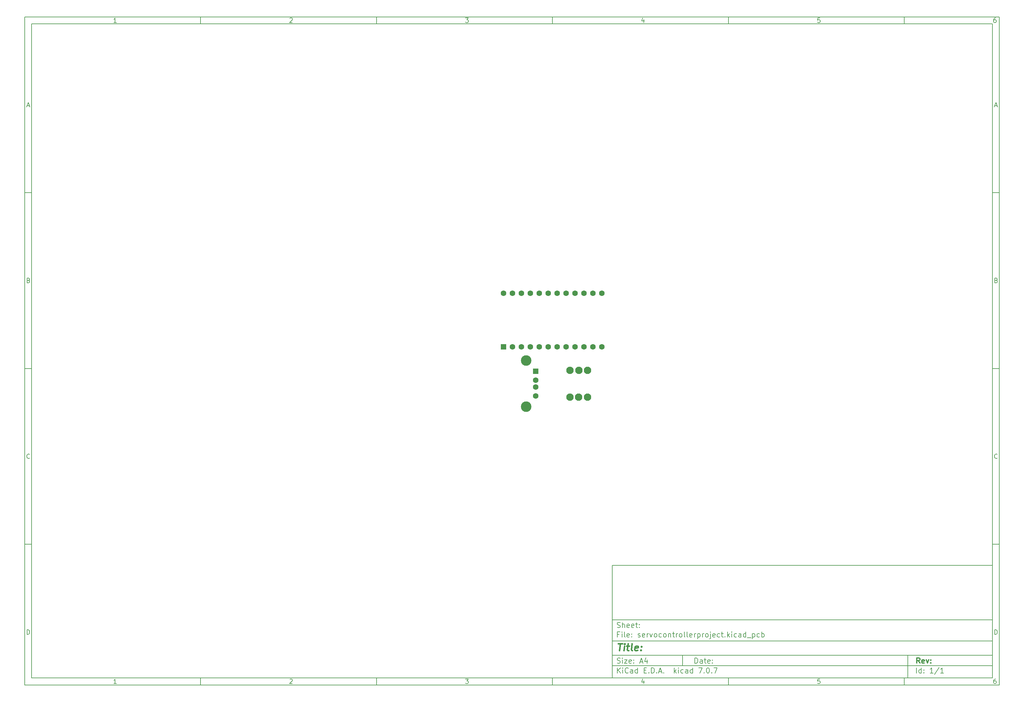
<source format=gbr>
%TF.GenerationSoftware,KiCad,Pcbnew,7.0.7*%
%TF.CreationDate,2023-11-15T20:06:27-08:00*%
%TF.ProjectId,servocontrollerproject,73657276-6f63-46f6-9e74-726f6c6c6572,rev?*%
%TF.SameCoordinates,Original*%
%TF.FileFunction,Soldermask,Bot*%
%TF.FilePolarity,Negative*%
%FSLAX46Y46*%
G04 Gerber Fmt 4.6, Leading zero omitted, Abs format (unit mm)*
G04 Created by KiCad (PCBNEW 7.0.7) date 2023-11-15 20:06:27*
%MOMM*%
%LPD*%
G01*
G04 APERTURE LIST*
%ADD10C,0.100000*%
%ADD11C,0.150000*%
%ADD12C,0.300000*%
%ADD13C,0.400000*%
%ADD14C,3.000000*%
%ADD15C,1.600000*%
%ADD16R,1.500000X1.600000*%
%ADD17R,1.600000X1.600000*%
%ADD18C,2.100000*%
G04 APERTURE END LIST*
D10*
D11*
X177002200Y-166007200D02*
X285002200Y-166007200D01*
X285002200Y-198007200D01*
X177002200Y-198007200D01*
X177002200Y-166007200D01*
D10*
D11*
X10000000Y-10000000D02*
X287002200Y-10000000D01*
X287002200Y-200007200D01*
X10000000Y-200007200D01*
X10000000Y-10000000D01*
D10*
D11*
X12000000Y-12000000D02*
X285002200Y-12000000D01*
X285002200Y-198007200D01*
X12000000Y-198007200D01*
X12000000Y-12000000D01*
D10*
D11*
X60000000Y-12000000D02*
X60000000Y-10000000D01*
D10*
D11*
X110000000Y-12000000D02*
X110000000Y-10000000D01*
D10*
D11*
X160000000Y-12000000D02*
X160000000Y-10000000D01*
D10*
D11*
X210000000Y-12000000D02*
X210000000Y-10000000D01*
D10*
D11*
X260000000Y-12000000D02*
X260000000Y-10000000D01*
D10*
D11*
X36089160Y-11593604D02*
X35346303Y-11593604D01*
X35717731Y-11593604D02*
X35717731Y-10293604D01*
X35717731Y-10293604D02*
X35593922Y-10479319D01*
X35593922Y-10479319D02*
X35470112Y-10603128D01*
X35470112Y-10603128D02*
X35346303Y-10665033D01*
D10*
D11*
X85346303Y-10417414D02*
X85408207Y-10355509D01*
X85408207Y-10355509D02*
X85532017Y-10293604D01*
X85532017Y-10293604D02*
X85841541Y-10293604D01*
X85841541Y-10293604D02*
X85965350Y-10355509D01*
X85965350Y-10355509D02*
X86027255Y-10417414D01*
X86027255Y-10417414D02*
X86089160Y-10541223D01*
X86089160Y-10541223D02*
X86089160Y-10665033D01*
X86089160Y-10665033D02*
X86027255Y-10850747D01*
X86027255Y-10850747D02*
X85284398Y-11593604D01*
X85284398Y-11593604D02*
X86089160Y-11593604D01*
D10*
D11*
X135284398Y-10293604D02*
X136089160Y-10293604D01*
X136089160Y-10293604D02*
X135655826Y-10788842D01*
X135655826Y-10788842D02*
X135841541Y-10788842D01*
X135841541Y-10788842D02*
X135965350Y-10850747D01*
X135965350Y-10850747D02*
X136027255Y-10912652D01*
X136027255Y-10912652D02*
X136089160Y-11036461D01*
X136089160Y-11036461D02*
X136089160Y-11345985D01*
X136089160Y-11345985D02*
X136027255Y-11469795D01*
X136027255Y-11469795D02*
X135965350Y-11531700D01*
X135965350Y-11531700D02*
X135841541Y-11593604D01*
X135841541Y-11593604D02*
X135470112Y-11593604D01*
X135470112Y-11593604D02*
X135346303Y-11531700D01*
X135346303Y-11531700D02*
X135284398Y-11469795D01*
D10*
D11*
X185965350Y-10726938D02*
X185965350Y-11593604D01*
X185655826Y-10231700D02*
X185346303Y-11160271D01*
X185346303Y-11160271D02*
X186151064Y-11160271D01*
D10*
D11*
X236027255Y-10293604D02*
X235408207Y-10293604D01*
X235408207Y-10293604D02*
X235346303Y-10912652D01*
X235346303Y-10912652D02*
X235408207Y-10850747D01*
X235408207Y-10850747D02*
X235532017Y-10788842D01*
X235532017Y-10788842D02*
X235841541Y-10788842D01*
X235841541Y-10788842D02*
X235965350Y-10850747D01*
X235965350Y-10850747D02*
X236027255Y-10912652D01*
X236027255Y-10912652D02*
X236089160Y-11036461D01*
X236089160Y-11036461D02*
X236089160Y-11345985D01*
X236089160Y-11345985D02*
X236027255Y-11469795D01*
X236027255Y-11469795D02*
X235965350Y-11531700D01*
X235965350Y-11531700D02*
X235841541Y-11593604D01*
X235841541Y-11593604D02*
X235532017Y-11593604D01*
X235532017Y-11593604D02*
X235408207Y-11531700D01*
X235408207Y-11531700D02*
X235346303Y-11469795D01*
D10*
D11*
X285965350Y-10293604D02*
X285717731Y-10293604D01*
X285717731Y-10293604D02*
X285593922Y-10355509D01*
X285593922Y-10355509D02*
X285532017Y-10417414D01*
X285532017Y-10417414D02*
X285408207Y-10603128D01*
X285408207Y-10603128D02*
X285346303Y-10850747D01*
X285346303Y-10850747D02*
X285346303Y-11345985D01*
X285346303Y-11345985D02*
X285408207Y-11469795D01*
X285408207Y-11469795D02*
X285470112Y-11531700D01*
X285470112Y-11531700D02*
X285593922Y-11593604D01*
X285593922Y-11593604D02*
X285841541Y-11593604D01*
X285841541Y-11593604D02*
X285965350Y-11531700D01*
X285965350Y-11531700D02*
X286027255Y-11469795D01*
X286027255Y-11469795D02*
X286089160Y-11345985D01*
X286089160Y-11345985D02*
X286089160Y-11036461D01*
X286089160Y-11036461D02*
X286027255Y-10912652D01*
X286027255Y-10912652D02*
X285965350Y-10850747D01*
X285965350Y-10850747D02*
X285841541Y-10788842D01*
X285841541Y-10788842D02*
X285593922Y-10788842D01*
X285593922Y-10788842D02*
X285470112Y-10850747D01*
X285470112Y-10850747D02*
X285408207Y-10912652D01*
X285408207Y-10912652D02*
X285346303Y-11036461D01*
D10*
D11*
X60000000Y-198007200D02*
X60000000Y-200007200D01*
D10*
D11*
X110000000Y-198007200D02*
X110000000Y-200007200D01*
D10*
D11*
X160000000Y-198007200D02*
X160000000Y-200007200D01*
D10*
D11*
X210000000Y-198007200D02*
X210000000Y-200007200D01*
D10*
D11*
X260000000Y-198007200D02*
X260000000Y-200007200D01*
D10*
D11*
X36089160Y-199600804D02*
X35346303Y-199600804D01*
X35717731Y-199600804D02*
X35717731Y-198300804D01*
X35717731Y-198300804D02*
X35593922Y-198486519D01*
X35593922Y-198486519D02*
X35470112Y-198610328D01*
X35470112Y-198610328D02*
X35346303Y-198672233D01*
D10*
D11*
X85346303Y-198424614D02*
X85408207Y-198362709D01*
X85408207Y-198362709D02*
X85532017Y-198300804D01*
X85532017Y-198300804D02*
X85841541Y-198300804D01*
X85841541Y-198300804D02*
X85965350Y-198362709D01*
X85965350Y-198362709D02*
X86027255Y-198424614D01*
X86027255Y-198424614D02*
X86089160Y-198548423D01*
X86089160Y-198548423D02*
X86089160Y-198672233D01*
X86089160Y-198672233D02*
X86027255Y-198857947D01*
X86027255Y-198857947D02*
X85284398Y-199600804D01*
X85284398Y-199600804D02*
X86089160Y-199600804D01*
D10*
D11*
X135284398Y-198300804D02*
X136089160Y-198300804D01*
X136089160Y-198300804D02*
X135655826Y-198796042D01*
X135655826Y-198796042D02*
X135841541Y-198796042D01*
X135841541Y-198796042D02*
X135965350Y-198857947D01*
X135965350Y-198857947D02*
X136027255Y-198919852D01*
X136027255Y-198919852D02*
X136089160Y-199043661D01*
X136089160Y-199043661D02*
X136089160Y-199353185D01*
X136089160Y-199353185D02*
X136027255Y-199476995D01*
X136027255Y-199476995D02*
X135965350Y-199538900D01*
X135965350Y-199538900D02*
X135841541Y-199600804D01*
X135841541Y-199600804D02*
X135470112Y-199600804D01*
X135470112Y-199600804D02*
X135346303Y-199538900D01*
X135346303Y-199538900D02*
X135284398Y-199476995D01*
D10*
D11*
X185965350Y-198734138D02*
X185965350Y-199600804D01*
X185655826Y-198238900D02*
X185346303Y-199167471D01*
X185346303Y-199167471D02*
X186151064Y-199167471D01*
D10*
D11*
X236027255Y-198300804D02*
X235408207Y-198300804D01*
X235408207Y-198300804D02*
X235346303Y-198919852D01*
X235346303Y-198919852D02*
X235408207Y-198857947D01*
X235408207Y-198857947D02*
X235532017Y-198796042D01*
X235532017Y-198796042D02*
X235841541Y-198796042D01*
X235841541Y-198796042D02*
X235965350Y-198857947D01*
X235965350Y-198857947D02*
X236027255Y-198919852D01*
X236027255Y-198919852D02*
X236089160Y-199043661D01*
X236089160Y-199043661D02*
X236089160Y-199353185D01*
X236089160Y-199353185D02*
X236027255Y-199476995D01*
X236027255Y-199476995D02*
X235965350Y-199538900D01*
X235965350Y-199538900D02*
X235841541Y-199600804D01*
X235841541Y-199600804D02*
X235532017Y-199600804D01*
X235532017Y-199600804D02*
X235408207Y-199538900D01*
X235408207Y-199538900D02*
X235346303Y-199476995D01*
D10*
D11*
X285965350Y-198300804D02*
X285717731Y-198300804D01*
X285717731Y-198300804D02*
X285593922Y-198362709D01*
X285593922Y-198362709D02*
X285532017Y-198424614D01*
X285532017Y-198424614D02*
X285408207Y-198610328D01*
X285408207Y-198610328D02*
X285346303Y-198857947D01*
X285346303Y-198857947D02*
X285346303Y-199353185D01*
X285346303Y-199353185D02*
X285408207Y-199476995D01*
X285408207Y-199476995D02*
X285470112Y-199538900D01*
X285470112Y-199538900D02*
X285593922Y-199600804D01*
X285593922Y-199600804D02*
X285841541Y-199600804D01*
X285841541Y-199600804D02*
X285965350Y-199538900D01*
X285965350Y-199538900D02*
X286027255Y-199476995D01*
X286027255Y-199476995D02*
X286089160Y-199353185D01*
X286089160Y-199353185D02*
X286089160Y-199043661D01*
X286089160Y-199043661D02*
X286027255Y-198919852D01*
X286027255Y-198919852D02*
X285965350Y-198857947D01*
X285965350Y-198857947D02*
X285841541Y-198796042D01*
X285841541Y-198796042D02*
X285593922Y-198796042D01*
X285593922Y-198796042D02*
X285470112Y-198857947D01*
X285470112Y-198857947D02*
X285408207Y-198919852D01*
X285408207Y-198919852D02*
X285346303Y-199043661D01*
D10*
D11*
X10000000Y-60000000D02*
X12000000Y-60000000D01*
D10*
D11*
X10000000Y-110000000D02*
X12000000Y-110000000D01*
D10*
D11*
X10000000Y-160000000D02*
X12000000Y-160000000D01*
D10*
D11*
X10690476Y-35222176D02*
X11309523Y-35222176D01*
X10566666Y-35593604D02*
X10999999Y-34293604D01*
X10999999Y-34293604D02*
X11433333Y-35593604D01*
D10*
D11*
X11092857Y-84912652D02*
X11278571Y-84974557D01*
X11278571Y-84974557D02*
X11340476Y-85036461D01*
X11340476Y-85036461D02*
X11402380Y-85160271D01*
X11402380Y-85160271D02*
X11402380Y-85345985D01*
X11402380Y-85345985D02*
X11340476Y-85469795D01*
X11340476Y-85469795D02*
X11278571Y-85531700D01*
X11278571Y-85531700D02*
X11154761Y-85593604D01*
X11154761Y-85593604D02*
X10659523Y-85593604D01*
X10659523Y-85593604D02*
X10659523Y-84293604D01*
X10659523Y-84293604D02*
X11092857Y-84293604D01*
X11092857Y-84293604D02*
X11216666Y-84355509D01*
X11216666Y-84355509D02*
X11278571Y-84417414D01*
X11278571Y-84417414D02*
X11340476Y-84541223D01*
X11340476Y-84541223D02*
X11340476Y-84665033D01*
X11340476Y-84665033D02*
X11278571Y-84788842D01*
X11278571Y-84788842D02*
X11216666Y-84850747D01*
X11216666Y-84850747D02*
X11092857Y-84912652D01*
X11092857Y-84912652D02*
X10659523Y-84912652D01*
D10*
D11*
X11402380Y-135469795D02*
X11340476Y-135531700D01*
X11340476Y-135531700D02*
X11154761Y-135593604D01*
X11154761Y-135593604D02*
X11030952Y-135593604D01*
X11030952Y-135593604D02*
X10845238Y-135531700D01*
X10845238Y-135531700D02*
X10721428Y-135407890D01*
X10721428Y-135407890D02*
X10659523Y-135284080D01*
X10659523Y-135284080D02*
X10597619Y-135036461D01*
X10597619Y-135036461D02*
X10597619Y-134850747D01*
X10597619Y-134850747D02*
X10659523Y-134603128D01*
X10659523Y-134603128D02*
X10721428Y-134479319D01*
X10721428Y-134479319D02*
X10845238Y-134355509D01*
X10845238Y-134355509D02*
X11030952Y-134293604D01*
X11030952Y-134293604D02*
X11154761Y-134293604D01*
X11154761Y-134293604D02*
X11340476Y-134355509D01*
X11340476Y-134355509D02*
X11402380Y-134417414D01*
D10*
D11*
X10659523Y-185593604D02*
X10659523Y-184293604D01*
X10659523Y-184293604D02*
X10969047Y-184293604D01*
X10969047Y-184293604D02*
X11154761Y-184355509D01*
X11154761Y-184355509D02*
X11278571Y-184479319D01*
X11278571Y-184479319D02*
X11340476Y-184603128D01*
X11340476Y-184603128D02*
X11402380Y-184850747D01*
X11402380Y-184850747D02*
X11402380Y-185036461D01*
X11402380Y-185036461D02*
X11340476Y-185284080D01*
X11340476Y-185284080D02*
X11278571Y-185407890D01*
X11278571Y-185407890D02*
X11154761Y-185531700D01*
X11154761Y-185531700D02*
X10969047Y-185593604D01*
X10969047Y-185593604D02*
X10659523Y-185593604D01*
D10*
D11*
X287002200Y-60000000D02*
X285002200Y-60000000D01*
D10*
D11*
X287002200Y-110000000D02*
X285002200Y-110000000D01*
D10*
D11*
X287002200Y-160000000D02*
X285002200Y-160000000D01*
D10*
D11*
X285692676Y-35222176D02*
X286311723Y-35222176D01*
X285568866Y-35593604D02*
X286002199Y-34293604D01*
X286002199Y-34293604D02*
X286435533Y-35593604D01*
D10*
D11*
X286095057Y-84912652D02*
X286280771Y-84974557D01*
X286280771Y-84974557D02*
X286342676Y-85036461D01*
X286342676Y-85036461D02*
X286404580Y-85160271D01*
X286404580Y-85160271D02*
X286404580Y-85345985D01*
X286404580Y-85345985D02*
X286342676Y-85469795D01*
X286342676Y-85469795D02*
X286280771Y-85531700D01*
X286280771Y-85531700D02*
X286156961Y-85593604D01*
X286156961Y-85593604D02*
X285661723Y-85593604D01*
X285661723Y-85593604D02*
X285661723Y-84293604D01*
X285661723Y-84293604D02*
X286095057Y-84293604D01*
X286095057Y-84293604D02*
X286218866Y-84355509D01*
X286218866Y-84355509D02*
X286280771Y-84417414D01*
X286280771Y-84417414D02*
X286342676Y-84541223D01*
X286342676Y-84541223D02*
X286342676Y-84665033D01*
X286342676Y-84665033D02*
X286280771Y-84788842D01*
X286280771Y-84788842D02*
X286218866Y-84850747D01*
X286218866Y-84850747D02*
X286095057Y-84912652D01*
X286095057Y-84912652D02*
X285661723Y-84912652D01*
D10*
D11*
X286404580Y-135469795D02*
X286342676Y-135531700D01*
X286342676Y-135531700D02*
X286156961Y-135593604D01*
X286156961Y-135593604D02*
X286033152Y-135593604D01*
X286033152Y-135593604D02*
X285847438Y-135531700D01*
X285847438Y-135531700D02*
X285723628Y-135407890D01*
X285723628Y-135407890D02*
X285661723Y-135284080D01*
X285661723Y-135284080D02*
X285599819Y-135036461D01*
X285599819Y-135036461D02*
X285599819Y-134850747D01*
X285599819Y-134850747D02*
X285661723Y-134603128D01*
X285661723Y-134603128D02*
X285723628Y-134479319D01*
X285723628Y-134479319D02*
X285847438Y-134355509D01*
X285847438Y-134355509D02*
X286033152Y-134293604D01*
X286033152Y-134293604D02*
X286156961Y-134293604D01*
X286156961Y-134293604D02*
X286342676Y-134355509D01*
X286342676Y-134355509D02*
X286404580Y-134417414D01*
D10*
D11*
X285661723Y-185593604D02*
X285661723Y-184293604D01*
X285661723Y-184293604D02*
X285971247Y-184293604D01*
X285971247Y-184293604D02*
X286156961Y-184355509D01*
X286156961Y-184355509D02*
X286280771Y-184479319D01*
X286280771Y-184479319D02*
X286342676Y-184603128D01*
X286342676Y-184603128D02*
X286404580Y-184850747D01*
X286404580Y-184850747D02*
X286404580Y-185036461D01*
X286404580Y-185036461D02*
X286342676Y-185284080D01*
X286342676Y-185284080D02*
X286280771Y-185407890D01*
X286280771Y-185407890D02*
X286156961Y-185531700D01*
X286156961Y-185531700D02*
X285971247Y-185593604D01*
X285971247Y-185593604D02*
X285661723Y-185593604D01*
D10*
D11*
X200458026Y-193793328D02*
X200458026Y-192293328D01*
X200458026Y-192293328D02*
X200815169Y-192293328D01*
X200815169Y-192293328D02*
X201029455Y-192364757D01*
X201029455Y-192364757D02*
X201172312Y-192507614D01*
X201172312Y-192507614D02*
X201243741Y-192650471D01*
X201243741Y-192650471D02*
X201315169Y-192936185D01*
X201315169Y-192936185D02*
X201315169Y-193150471D01*
X201315169Y-193150471D02*
X201243741Y-193436185D01*
X201243741Y-193436185D02*
X201172312Y-193579042D01*
X201172312Y-193579042D02*
X201029455Y-193721900D01*
X201029455Y-193721900D02*
X200815169Y-193793328D01*
X200815169Y-193793328D02*
X200458026Y-193793328D01*
X202600884Y-193793328D02*
X202600884Y-193007614D01*
X202600884Y-193007614D02*
X202529455Y-192864757D01*
X202529455Y-192864757D02*
X202386598Y-192793328D01*
X202386598Y-192793328D02*
X202100884Y-192793328D01*
X202100884Y-192793328D02*
X201958026Y-192864757D01*
X202600884Y-193721900D02*
X202458026Y-193793328D01*
X202458026Y-193793328D02*
X202100884Y-193793328D01*
X202100884Y-193793328D02*
X201958026Y-193721900D01*
X201958026Y-193721900D02*
X201886598Y-193579042D01*
X201886598Y-193579042D02*
X201886598Y-193436185D01*
X201886598Y-193436185D02*
X201958026Y-193293328D01*
X201958026Y-193293328D02*
X202100884Y-193221900D01*
X202100884Y-193221900D02*
X202458026Y-193221900D01*
X202458026Y-193221900D02*
X202600884Y-193150471D01*
X203100884Y-192793328D02*
X203672312Y-192793328D01*
X203315169Y-192293328D02*
X203315169Y-193579042D01*
X203315169Y-193579042D02*
X203386598Y-193721900D01*
X203386598Y-193721900D02*
X203529455Y-193793328D01*
X203529455Y-193793328D02*
X203672312Y-193793328D01*
X204743741Y-193721900D02*
X204600884Y-193793328D01*
X204600884Y-193793328D02*
X204315170Y-193793328D01*
X204315170Y-193793328D02*
X204172312Y-193721900D01*
X204172312Y-193721900D02*
X204100884Y-193579042D01*
X204100884Y-193579042D02*
X204100884Y-193007614D01*
X204100884Y-193007614D02*
X204172312Y-192864757D01*
X204172312Y-192864757D02*
X204315170Y-192793328D01*
X204315170Y-192793328D02*
X204600884Y-192793328D01*
X204600884Y-192793328D02*
X204743741Y-192864757D01*
X204743741Y-192864757D02*
X204815170Y-193007614D01*
X204815170Y-193007614D02*
X204815170Y-193150471D01*
X204815170Y-193150471D02*
X204100884Y-193293328D01*
X205458026Y-193650471D02*
X205529455Y-193721900D01*
X205529455Y-193721900D02*
X205458026Y-193793328D01*
X205458026Y-193793328D02*
X205386598Y-193721900D01*
X205386598Y-193721900D02*
X205458026Y-193650471D01*
X205458026Y-193650471D02*
X205458026Y-193793328D01*
X205458026Y-192864757D02*
X205529455Y-192936185D01*
X205529455Y-192936185D02*
X205458026Y-193007614D01*
X205458026Y-193007614D02*
X205386598Y-192936185D01*
X205386598Y-192936185D02*
X205458026Y-192864757D01*
X205458026Y-192864757D02*
X205458026Y-193007614D01*
D10*
D11*
X177002200Y-194507200D02*
X285002200Y-194507200D01*
D10*
D11*
X178458026Y-196593328D02*
X178458026Y-195093328D01*
X179315169Y-196593328D02*
X178672312Y-195736185D01*
X179315169Y-195093328D02*
X178458026Y-195950471D01*
X179958026Y-196593328D02*
X179958026Y-195593328D01*
X179958026Y-195093328D02*
X179886598Y-195164757D01*
X179886598Y-195164757D02*
X179958026Y-195236185D01*
X179958026Y-195236185D02*
X180029455Y-195164757D01*
X180029455Y-195164757D02*
X179958026Y-195093328D01*
X179958026Y-195093328D02*
X179958026Y-195236185D01*
X181529455Y-196450471D02*
X181458027Y-196521900D01*
X181458027Y-196521900D02*
X181243741Y-196593328D01*
X181243741Y-196593328D02*
X181100884Y-196593328D01*
X181100884Y-196593328D02*
X180886598Y-196521900D01*
X180886598Y-196521900D02*
X180743741Y-196379042D01*
X180743741Y-196379042D02*
X180672312Y-196236185D01*
X180672312Y-196236185D02*
X180600884Y-195950471D01*
X180600884Y-195950471D02*
X180600884Y-195736185D01*
X180600884Y-195736185D02*
X180672312Y-195450471D01*
X180672312Y-195450471D02*
X180743741Y-195307614D01*
X180743741Y-195307614D02*
X180886598Y-195164757D01*
X180886598Y-195164757D02*
X181100884Y-195093328D01*
X181100884Y-195093328D02*
X181243741Y-195093328D01*
X181243741Y-195093328D02*
X181458027Y-195164757D01*
X181458027Y-195164757D02*
X181529455Y-195236185D01*
X182815170Y-196593328D02*
X182815170Y-195807614D01*
X182815170Y-195807614D02*
X182743741Y-195664757D01*
X182743741Y-195664757D02*
X182600884Y-195593328D01*
X182600884Y-195593328D02*
X182315170Y-195593328D01*
X182315170Y-195593328D02*
X182172312Y-195664757D01*
X182815170Y-196521900D02*
X182672312Y-196593328D01*
X182672312Y-196593328D02*
X182315170Y-196593328D01*
X182315170Y-196593328D02*
X182172312Y-196521900D01*
X182172312Y-196521900D02*
X182100884Y-196379042D01*
X182100884Y-196379042D02*
X182100884Y-196236185D01*
X182100884Y-196236185D02*
X182172312Y-196093328D01*
X182172312Y-196093328D02*
X182315170Y-196021900D01*
X182315170Y-196021900D02*
X182672312Y-196021900D01*
X182672312Y-196021900D02*
X182815170Y-195950471D01*
X184172313Y-196593328D02*
X184172313Y-195093328D01*
X184172313Y-196521900D02*
X184029455Y-196593328D01*
X184029455Y-196593328D02*
X183743741Y-196593328D01*
X183743741Y-196593328D02*
X183600884Y-196521900D01*
X183600884Y-196521900D02*
X183529455Y-196450471D01*
X183529455Y-196450471D02*
X183458027Y-196307614D01*
X183458027Y-196307614D02*
X183458027Y-195879042D01*
X183458027Y-195879042D02*
X183529455Y-195736185D01*
X183529455Y-195736185D02*
X183600884Y-195664757D01*
X183600884Y-195664757D02*
X183743741Y-195593328D01*
X183743741Y-195593328D02*
X184029455Y-195593328D01*
X184029455Y-195593328D02*
X184172313Y-195664757D01*
X186029455Y-195807614D02*
X186529455Y-195807614D01*
X186743741Y-196593328D02*
X186029455Y-196593328D01*
X186029455Y-196593328D02*
X186029455Y-195093328D01*
X186029455Y-195093328D02*
X186743741Y-195093328D01*
X187386598Y-196450471D02*
X187458027Y-196521900D01*
X187458027Y-196521900D02*
X187386598Y-196593328D01*
X187386598Y-196593328D02*
X187315170Y-196521900D01*
X187315170Y-196521900D02*
X187386598Y-196450471D01*
X187386598Y-196450471D02*
X187386598Y-196593328D01*
X188100884Y-196593328D02*
X188100884Y-195093328D01*
X188100884Y-195093328D02*
X188458027Y-195093328D01*
X188458027Y-195093328D02*
X188672313Y-195164757D01*
X188672313Y-195164757D02*
X188815170Y-195307614D01*
X188815170Y-195307614D02*
X188886599Y-195450471D01*
X188886599Y-195450471D02*
X188958027Y-195736185D01*
X188958027Y-195736185D02*
X188958027Y-195950471D01*
X188958027Y-195950471D02*
X188886599Y-196236185D01*
X188886599Y-196236185D02*
X188815170Y-196379042D01*
X188815170Y-196379042D02*
X188672313Y-196521900D01*
X188672313Y-196521900D02*
X188458027Y-196593328D01*
X188458027Y-196593328D02*
X188100884Y-196593328D01*
X189600884Y-196450471D02*
X189672313Y-196521900D01*
X189672313Y-196521900D02*
X189600884Y-196593328D01*
X189600884Y-196593328D02*
X189529456Y-196521900D01*
X189529456Y-196521900D02*
X189600884Y-196450471D01*
X189600884Y-196450471D02*
X189600884Y-196593328D01*
X190243742Y-196164757D02*
X190958028Y-196164757D01*
X190100885Y-196593328D02*
X190600885Y-195093328D01*
X190600885Y-195093328D02*
X191100885Y-196593328D01*
X191600884Y-196450471D02*
X191672313Y-196521900D01*
X191672313Y-196521900D02*
X191600884Y-196593328D01*
X191600884Y-196593328D02*
X191529456Y-196521900D01*
X191529456Y-196521900D02*
X191600884Y-196450471D01*
X191600884Y-196450471D02*
X191600884Y-196593328D01*
X194600884Y-196593328D02*
X194600884Y-195093328D01*
X194743742Y-196021900D02*
X195172313Y-196593328D01*
X195172313Y-195593328D02*
X194600884Y-196164757D01*
X195815170Y-196593328D02*
X195815170Y-195593328D01*
X195815170Y-195093328D02*
X195743742Y-195164757D01*
X195743742Y-195164757D02*
X195815170Y-195236185D01*
X195815170Y-195236185D02*
X195886599Y-195164757D01*
X195886599Y-195164757D02*
X195815170Y-195093328D01*
X195815170Y-195093328D02*
X195815170Y-195236185D01*
X197172314Y-196521900D02*
X197029456Y-196593328D01*
X197029456Y-196593328D02*
X196743742Y-196593328D01*
X196743742Y-196593328D02*
X196600885Y-196521900D01*
X196600885Y-196521900D02*
X196529456Y-196450471D01*
X196529456Y-196450471D02*
X196458028Y-196307614D01*
X196458028Y-196307614D02*
X196458028Y-195879042D01*
X196458028Y-195879042D02*
X196529456Y-195736185D01*
X196529456Y-195736185D02*
X196600885Y-195664757D01*
X196600885Y-195664757D02*
X196743742Y-195593328D01*
X196743742Y-195593328D02*
X197029456Y-195593328D01*
X197029456Y-195593328D02*
X197172314Y-195664757D01*
X198458028Y-196593328D02*
X198458028Y-195807614D01*
X198458028Y-195807614D02*
X198386599Y-195664757D01*
X198386599Y-195664757D02*
X198243742Y-195593328D01*
X198243742Y-195593328D02*
X197958028Y-195593328D01*
X197958028Y-195593328D02*
X197815170Y-195664757D01*
X198458028Y-196521900D02*
X198315170Y-196593328D01*
X198315170Y-196593328D02*
X197958028Y-196593328D01*
X197958028Y-196593328D02*
X197815170Y-196521900D01*
X197815170Y-196521900D02*
X197743742Y-196379042D01*
X197743742Y-196379042D02*
X197743742Y-196236185D01*
X197743742Y-196236185D02*
X197815170Y-196093328D01*
X197815170Y-196093328D02*
X197958028Y-196021900D01*
X197958028Y-196021900D02*
X198315170Y-196021900D01*
X198315170Y-196021900D02*
X198458028Y-195950471D01*
X199815171Y-196593328D02*
X199815171Y-195093328D01*
X199815171Y-196521900D02*
X199672313Y-196593328D01*
X199672313Y-196593328D02*
X199386599Y-196593328D01*
X199386599Y-196593328D02*
X199243742Y-196521900D01*
X199243742Y-196521900D02*
X199172313Y-196450471D01*
X199172313Y-196450471D02*
X199100885Y-196307614D01*
X199100885Y-196307614D02*
X199100885Y-195879042D01*
X199100885Y-195879042D02*
X199172313Y-195736185D01*
X199172313Y-195736185D02*
X199243742Y-195664757D01*
X199243742Y-195664757D02*
X199386599Y-195593328D01*
X199386599Y-195593328D02*
X199672313Y-195593328D01*
X199672313Y-195593328D02*
X199815171Y-195664757D01*
X201529456Y-195093328D02*
X202529456Y-195093328D01*
X202529456Y-195093328D02*
X201886599Y-196593328D01*
X203100884Y-196450471D02*
X203172313Y-196521900D01*
X203172313Y-196521900D02*
X203100884Y-196593328D01*
X203100884Y-196593328D02*
X203029456Y-196521900D01*
X203029456Y-196521900D02*
X203100884Y-196450471D01*
X203100884Y-196450471D02*
X203100884Y-196593328D01*
X204100885Y-195093328D02*
X204243742Y-195093328D01*
X204243742Y-195093328D02*
X204386599Y-195164757D01*
X204386599Y-195164757D02*
X204458028Y-195236185D01*
X204458028Y-195236185D02*
X204529456Y-195379042D01*
X204529456Y-195379042D02*
X204600885Y-195664757D01*
X204600885Y-195664757D02*
X204600885Y-196021900D01*
X204600885Y-196021900D02*
X204529456Y-196307614D01*
X204529456Y-196307614D02*
X204458028Y-196450471D01*
X204458028Y-196450471D02*
X204386599Y-196521900D01*
X204386599Y-196521900D02*
X204243742Y-196593328D01*
X204243742Y-196593328D02*
X204100885Y-196593328D01*
X204100885Y-196593328D02*
X203958028Y-196521900D01*
X203958028Y-196521900D02*
X203886599Y-196450471D01*
X203886599Y-196450471D02*
X203815170Y-196307614D01*
X203815170Y-196307614D02*
X203743742Y-196021900D01*
X203743742Y-196021900D02*
X203743742Y-195664757D01*
X203743742Y-195664757D02*
X203815170Y-195379042D01*
X203815170Y-195379042D02*
X203886599Y-195236185D01*
X203886599Y-195236185D02*
X203958028Y-195164757D01*
X203958028Y-195164757D02*
X204100885Y-195093328D01*
X205243741Y-196450471D02*
X205315170Y-196521900D01*
X205315170Y-196521900D02*
X205243741Y-196593328D01*
X205243741Y-196593328D02*
X205172313Y-196521900D01*
X205172313Y-196521900D02*
X205243741Y-196450471D01*
X205243741Y-196450471D02*
X205243741Y-196593328D01*
X205815170Y-195093328D02*
X206815170Y-195093328D01*
X206815170Y-195093328D02*
X206172313Y-196593328D01*
D10*
D11*
X177002200Y-191507200D02*
X285002200Y-191507200D01*
D10*
D12*
X264413853Y-193785528D02*
X263913853Y-193071242D01*
X263556710Y-193785528D02*
X263556710Y-192285528D01*
X263556710Y-192285528D02*
X264128139Y-192285528D01*
X264128139Y-192285528D02*
X264270996Y-192356957D01*
X264270996Y-192356957D02*
X264342425Y-192428385D01*
X264342425Y-192428385D02*
X264413853Y-192571242D01*
X264413853Y-192571242D02*
X264413853Y-192785528D01*
X264413853Y-192785528D02*
X264342425Y-192928385D01*
X264342425Y-192928385D02*
X264270996Y-192999814D01*
X264270996Y-192999814D02*
X264128139Y-193071242D01*
X264128139Y-193071242D02*
X263556710Y-193071242D01*
X265628139Y-193714100D02*
X265485282Y-193785528D01*
X265485282Y-193785528D02*
X265199568Y-193785528D01*
X265199568Y-193785528D02*
X265056710Y-193714100D01*
X265056710Y-193714100D02*
X264985282Y-193571242D01*
X264985282Y-193571242D02*
X264985282Y-192999814D01*
X264985282Y-192999814D02*
X265056710Y-192856957D01*
X265056710Y-192856957D02*
X265199568Y-192785528D01*
X265199568Y-192785528D02*
X265485282Y-192785528D01*
X265485282Y-192785528D02*
X265628139Y-192856957D01*
X265628139Y-192856957D02*
X265699568Y-192999814D01*
X265699568Y-192999814D02*
X265699568Y-193142671D01*
X265699568Y-193142671D02*
X264985282Y-193285528D01*
X266199567Y-192785528D02*
X266556710Y-193785528D01*
X266556710Y-193785528D02*
X266913853Y-192785528D01*
X267485281Y-193642671D02*
X267556710Y-193714100D01*
X267556710Y-193714100D02*
X267485281Y-193785528D01*
X267485281Y-193785528D02*
X267413853Y-193714100D01*
X267413853Y-193714100D02*
X267485281Y-193642671D01*
X267485281Y-193642671D02*
X267485281Y-193785528D01*
X267485281Y-192856957D02*
X267556710Y-192928385D01*
X267556710Y-192928385D02*
X267485281Y-192999814D01*
X267485281Y-192999814D02*
X267413853Y-192928385D01*
X267413853Y-192928385D02*
X267485281Y-192856957D01*
X267485281Y-192856957D02*
X267485281Y-192999814D01*
D10*
D11*
X178386598Y-193721900D02*
X178600884Y-193793328D01*
X178600884Y-193793328D02*
X178958026Y-193793328D01*
X178958026Y-193793328D02*
X179100884Y-193721900D01*
X179100884Y-193721900D02*
X179172312Y-193650471D01*
X179172312Y-193650471D02*
X179243741Y-193507614D01*
X179243741Y-193507614D02*
X179243741Y-193364757D01*
X179243741Y-193364757D02*
X179172312Y-193221900D01*
X179172312Y-193221900D02*
X179100884Y-193150471D01*
X179100884Y-193150471D02*
X178958026Y-193079042D01*
X178958026Y-193079042D02*
X178672312Y-193007614D01*
X178672312Y-193007614D02*
X178529455Y-192936185D01*
X178529455Y-192936185D02*
X178458026Y-192864757D01*
X178458026Y-192864757D02*
X178386598Y-192721900D01*
X178386598Y-192721900D02*
X178386598Y-192579042D01*
X178386598Y-192579042D02*
X178458026Y-192436185D01*
X178458026Y-192436185D02*
X178529455Y-192364757D01*
X178529455Y-192364757D02*
X178672312Y-192293328D01*
X178672312Y-192293328D02*
X179029455Y-192293328D01*
X179029455Y-192293328D02*
X179243741Y-192364757D01*
X179886597Y-193793328D02*
X179886597Y-192793328D01*
X179886597Y-192293328D02*
X179815169Y-192364757D01*
X179815169Y-192364757D02*
X179886597Y-192436185D01*
X179886597Y-192436185D02*
X179958026Y-192364757D01*
X179958026Y-192364757D02*
X179886597Y-192293328D01*
X179886597Y-192293328D02*
X179886597Y-192436185D01*
X180458026Y-192793328D02*
X181243741Y-192793328D01*
X181243741Y-192793328D02*
X180458026Y-193793328D01*
X180458026Y-193793328D02*
X181243741Y-193793328D01*
X182386598Y-193721900D02*
X182243741Y-193793328D01*
X182243741Y-193793328D02*
X181958027Y-193793328D01*
X181958027Y-193793328D02*
X181815169Y-193721900D01*
X181815169Y-193721900D02*
X181743741Y-193579042D01*
X181743741Y-193579042D02*
X181743741Y-193007614D01*
X181743741Y-193007614D02*
X181815169Y-192864757D01*
X181815169Y-192864757D02*
X181958027Y-192793328D01*
X181958027Y-192793328D02*
X182243741Y-192793328D01*
X182243741Y-192793328D02*
X182386598Y-192864757D01*
X182386598Y-192864757D02*
X182458027Y-193007614D01*
X182458027Y-193007614D02*
X182458027Y-193150471D01*
X182458027Y-193150471D02*
X181743741Y-193293328D01*
X183100883Y-193650471D02*
X183172312Y-193721900D01*
X183172312Y-193721900D02*
X183100883Y-193793328D01*
X183100883Y-193793328D02*
X183029455Y-193721900D01*
X183029455Y-193721900D02*
X183100883Y-193650471D01*
X183100883Y-193650471D02*
X183100883Y-193793328D01*
X183100883Y-192864757D02*
X183172312Y-192936185D01*
X183172312Y-192936185D02*
X183100883Y-193007614D01*
X183100883Y-193007614D02*
X183029455Y-192936185D01*
X183029455Y-192936185D02*
X183100883Y-192864757D01*
X183100883Y-192864757D02*
X183100883Y-193007614D01*
X184886598Y-193364757D02*
X185600884Y-193364757D01*
X184743741Y-193793328D02*
X185243741Y-192293328D01*
X185243741Y-192293328D02*
X185743741Y-193793328D01*
X186886598Y-192793328D02*
X186886598Y-193793328D01*
X186529455Y-192221900D02*
X186172312Y-193293328D01*
X186172312Y-193293328D02*
X187100883Y-193293328D01*
D10*
D11*
X263458026Y-196593328D02*
X263458026Y-195093328D01*
X264815170Y-196593328D02*
X264815170Y-195093328D01*
X264815170Y-196521900D02*
X264672312Y-196593328D01*
X264672312Y-196593328D02*
X264386598Y-196593328D01*
X264386598Y-196593328D02*
X264243741Y-196521900D01*
X264243741Y-196521900D02*
X264172312Y-196450471D01*
X264172312Y-196450471D02*
X264100884Y-196307614D01*
X264100884Y-196307614D02*
X264100884Y-195879042D01*
X264100884Y-195879042D02*
X264172312Y-195736185D01*
X264172312Y-195736185D02*
X264243741Y-195664757D01*
X264243741Y-195664757D02*
X264386598Y-195593328D01*
X264386598Y-195593328D02*
X264672312Y-195593328D01*
X264672312Y-195593328D02*
X264815170Y-195664757D01*
X265529455Y-196450471D02*
X265600884Y-196521900D01*
X265600884Y-196521900D02*
X265529455Y-196593328D01*
X265529455Y-196593328D02*
X265458027Y-196521900D01*
X265458027Y-196521900D02*
X265529455Y-196450471D01*
X265529455Y-196450471D02*
X265529455Y-196593328D01*
X265529455Y-195664757D02*
X265600884Y-195736185D01*
X265600884Y-195736185D02*
X265529455Y-195807614D01*
X265529455Y-195807614D02*
X265458027Y-195736185D01*
X265458027Y-195736185D02*
X265529455Y-195664757D01*
X265529455Y-195664757D02*
X265529455Y-195807614D01*
X268172313Y-196593328D02*
X267315170Y-196593328D01*
X267743741Y-196593328D02*
X267743741Y-195093328D01*
X267743741Y-195093328D02*
X267600884Y-195307614D01*
X267600884Y-195307614D02*
X267458027Y-195450471D01*
X267458027Y-195450471D02*
X267315170Y-195521900D01*
X269886598Y-195021900D02*
X268600884Y-196950471D01*
X271172313Y-196593328D02*
X270315170Y-196593328D01*
X270743741Y-196593328D02*
X270743741Y-195093328D01*
X270743741Y-195093328D02*
X270600884Y-195307614D01*
X270600884Y-195307614D02*
X270458027Y-195450471D01*
X270458027Y-195450471D02*
X270315170Y-195521900D01*
D10*
D11*
X177002200Y-187507200D02*
X285002200Y-187507200D01*
D10*
D13*
X178693928Y-188211638D02*
X179836785Y-188211638D01*
X179015357Y-190211638D02*
X179265357Y-188211638D01*
X180253452Y-190211638D02*
X180420119Y-188878304D01*
X180503452Y-188211638D02*
X180396309Y-188306876D01*
X180396309Y-188306876D02*
X180479643Y-188402114D01*
X180479643Y-188402114D02*
X180586786Y-188306876D01*
X180586786Y-188306876D02*
X180503452Y-188211638D01*
X180503452Y-188211638D02*
X180479643Y-188402114D01*
X181086786Y-188878304D02*
X181848690Y-188878304D01*
X181455833Y-188211638D02*
X181241548Y-189925923D01*
X181241548Y-189925923D02*
X181312976Y-190116400D01*
X181312976Y-190116400D02*
X181491548Y-190211638D01*
X181491548Y-190211638D02*
X181682024Y-190211638D01*
X182634405Y-190211638D02*
X182455833Y-190116400D01*
X182455833Y-190116400D02*
X182384405Y-189925923D01*
X182384405Y-189925923D02*
X182598690Y-188211638D01*
X184170119Y-190116400D02*
X183967738Y-190211638D01*
X183967738Y-190211638D02*
X183586785Y-190211638D01*
X183586785Y-190211638D02*
X183408214Y-190116400D01*
X183408214Y-190116400D02*
X183336785Y-189925923D01*
X183336785Y-189925923D02*
X183432024Y-189164019D01*
X183432024Y-189164019D02*
X183551071Y-188973542D01*
X183551071Y-188973542D02*
X183753452Y-188878304D01*
X183753452Y-188878304D02*
X184134404Y-188878304D01*
X184134404Y-188878304D02*
X184312976Y-188973542D01*
X184312976Y-188973542D02*
X184384404Y-189164019D01*
X184384404Y-189164019D02*
X184360595Y-189354495D01*
X184360595Y-189354495D02*
X183384404Y-189544971D01*
X185134405Y-190021161D02*
X185217738Y-190116400D01*
X185217738Y-190116400D02*
X185110595Y-190211638D01*
X185110595Y-190211638D02*
X185027262Y-190116400D01*
X185027262Y-190116400D02*
X185134405Y-190021161D01*
X185134405Y-190021161D02*
X185110595Y-190211638D01*
X185265357Y-188973542D02*
X185348690Y-189068780D01*
X185348690Y-189068780D02*
X185241548Y-189164019D01*
X185241548Y-189164019D02*
X185158214Y-189068780D01*
X185158214Y-189068780D02*
X185265357Y-188973542D01*
X185265357Y-188973542D02*
X185241548Y-189164019D01*
D10*
D11*
X178958026Y-185607614D02*
X178458026Y-185607614D01*
X178458026Y-186393328D02*
X178458026Y-184893328D01*
X178458026Y-184893328D02*
X179172312Y-184893328D01*
X179743740Y-186393328D02*
X179743740Y-185393328D01*
X179743740Y-184893328D02*
X179672312Y-184964757D01*
X179672312Y-184964757D02*
X179743740Y-185036185D01*
X179743740Y-185036185D02*
X179815169Y-184964757D01*
X179815169Y-184964757D02*
X179743740Y-184893328D01*
X179743740Y-184893328D02*
X179743740Y-185036185D01*
X180672312Y-186393328D02*
X180529455Y-186321900D01*
X180529455Y-186321900D02*
X180458026Y-186179042D01*
X180458026Y-186179042D02*
X180458026Y-184893328D01*
X181815169Y-186321900D02*
X181672312Y-186393328D01*
X181672312Y-186393328D02*
X181386598Y-186393328D01*
X181386598Y-186393328D02*
X181243740Y-186321900D01*
X181243740Y-186321900D02*
X181172312Y-186179042D01*
X181172312Y-186179042D02*
X181172312Y-185607614D01*
X181172312Y-185607614D02*
X181243740Y-185464757D01*
X181243740Y-185464757D02*
X181386598Y-185393328D01*
X181386598Y-185393328D02*
X181672312Y-185393328D01*
X181672312Y-185393328D02*
X181815169Y-185464757D01*
X181815169Y-185464757D02*
X181886598Y-185607614D01*
X181886598Y-185607614D02*
X181886598Y-185750471D01*
X181886598Y-185750471D02*
X181172312Y-185893328D01*
X182529454Y-186250471D02*
X182600883Y-186321900D01*
X182600883Y-186321900D02*
X182529454Y-186393328D01*
X182529454Y-186393328D02*
X182458026Y-186321900D01*
X182458026Y-186321900D02*
X182529454Y-186250471D01*
X182529454Y-186250471D02*
X182529454Y-186393328D01*
X182529454Y-185464757D02*
X182600883Y-185536185D01*
X182600883Y-185536185D02*
X182529454Y-185607614D01*
X182529454Y-185607614D02*
X182458026Y-185536185D01*
X182458026Y-185536185D02*
X182529454Y-185464757D01*
X182529454Y-185464757D02*
X182529454Y-185607614D01*
X184315169Y-186321900D02*
X184458026Y-186393328D01*
X184458026Y-186393328D02*
X184743740Y-186393328D01*
X184743740Y-186393328D02*
X184886597Y-186321900D01*
X184886597Y-186321900D02*
X184958026Y-186179042D01*
X184958026Y-186179042D02*
X184958026Y-186107614D01*
X184958026Y-186107614D02*
X184886597Y-185964757D01*
X184886597Y-185964757D02*
X184743740Y-185893328D01*
X184743740Y-185893328D02*
X184529455Y-185893328D01*
X184529455Y-185893328D02*
X184386597Y-185821900D01*
X184386597Y-185821900D02*
X184315169Y-185679042D01*
X184315169Y-185679042D02*
X184315169Y-185607614D01*
X184315169Y-185607614D02*
X184386597Y-185464757D01*
X184386597Y-185464757D02*
X184529455Y-185393328D01*
X184529455Y-185393328D02*
X184743740Y-185393328D01*
X184743740Y-185393328D02*
X184886597Y-185464757D01*
X186172312Y-186321900D02*
X186029455Y-186393328D01*
X186029455Y-186393328D02*
X185743741Y-186393328D01*
X185743741Y-186393328D02*
X185600883Y-186321900D01*
X185600883Y-186321900D02*
X185529455Y-186179042D01*
X185529455Y-186179042D02*
X185529455Y-185607614D01*
X185529455Y-185607614D02*
X185600883Y-185464757D01*
X185600883Y-185464757D02*
X185743741Y-185393328D01*
X185743741Y-185393328D02*
X186029455Y-185393328D01*
X186029455Y-185393328D02*
X186172312Y-185464757D01*
X186172312Y-185464757D02*
X186243741Y-185607614D01*
X186243741Y-185607614D02*
X186243741Y-185750471D01*
X186243741Y-185750471D02*
X185529455Y-185893328D01*
X186886597Y-186393328D02*
X186886597Y-185393328D01*
X186886597Y-185679042D02*
X186958026Y-185536185D01*
X186958026Y-185536185D02*
X187029455Y-185464757D01*
X187029455Y-185464757D02*
X187172312Y-185393328D01*
X187172312Y-185393328D02*
X187315169Y-185393328D01*
X187672311Y-185393328D02*
X188029454Y-186393328D01*
X188029454Y-186393328D02*
X188386597Y-185393328D01*
X189172311Y-186393328D02*
X189029454Y-186321900D01*
X189029454Y-186321900D02*
X188958025Y-186250471D01*
X188958025Y-186250471D02*
X188886597Y-186107614D01*
X188886597Y-186107614D02*
X188886597Y-185679042D01*
X188886597Y-185679042D02*
X188958025Y-185536185D01*
X188958025Y-185536185D02*
X189029454Y-185464757D01*
X189029454Y-185464757D02*
X189172311Y-185393328D01*
X189172311Y-185393328D02*
X189386597Y-185393328D01*
X189386597Y-185393328D02*
X189529454Y-185464757D01*
X189529454Y-185464757D02*
X189600883Y-185536185D01*
X189600883Y-185536185D02*
X189672311Y-185679042D01*
X189672311Y-185679042D02*
X189672311Y-186107614D01*
X189672311Y-186107614D02*
X189600883Y-186250471D01*
X189600883Y-186250471D02*
X189529454Y-186321900D01*
X189529454Y-186321900D02*
X189386597Y-186393328D01*
X189386597Y-186393328D02*
X189172311Y-186393328D01*
X190958026Y-186321900D02*
X190815168Y-186393328D01*
X190815168Y-186393328D02*
X190529454Y-186393328D01*
X190529454Y-186393328D02*
X190386597Y-186321900D01*
X190386597Y-186321900D02*
X190315168Y-186250471D01*
X190315168Y-186250471D02*
X190243740Y-186107614D01*
X190243740Y-186107614D02*
X190243740Y-185679042D01*
X190243740Y-185679042D02*
X190315168Y-185536185D01*
X190315168Y-185536185D02*
X190386597Y-185464757D01*
X190386597Y-185464757D02*
X190529454Y-185393328D01*
X190529454Y-185393328D02*
X190815168Y-185393328D01*
X190815168Y-185393328D02*
X190958026Y-185464757D01*
X191815168Y-186393328D02*
X191672311Y-186321900D01*
X191672311Y-186321900D02*
X191600882Y-186250471D01*
X191600882Y-186250471D02*
X191529454Y-186107614D01*
X191529454Y-186107614D02*
X191529454Y-185679042D01*
X191529454Y-185679042D02*
X191600882Y-185536185D01*
X191600882Y-185536185D02*
X191672311Y-185464757D01*
X191672311Y-185464757D02*
X191815168Y-185393328D01*
X191815168Y-185393328D02*
X192029454Y-185393328D01*
X192029454Y-185393328D02*
X192172311Y-185464757D01*
X192172311Y-185464757D02*
X192243740Y-185536185D01*
X192243740Y-185536185D02*
X192315168Y-185679042D01*
X192315168Y-185679042D02*
X192315168Y-186107614D01*
X192315168Y-186107614D02*
X192243740Y-186250471D01*
X192243740Y-186250471D02*
X192172311Y-186321900D01*
X192172311Y-186321900D02*
X192029454Y-186393328D01*
X192029454Y-186393328D02*
X191815168Y-186393328D01*
X192958025Y-185393328D02*
X192958025Y-186393328D01*
X192958025Y-185536185D02*
X193029454Y-185464757D01*
X193029454Y-185464757D02*
X193172311Y-185393328D01*
X193172311Y-185393328D02*
X193386597Y-185393328D01*
X193386597Y-185393328D02*
X193529454Y-185464757D01*
X193529454Y-185464757D02*
X193600883Y-185607614D01*
X193600883Y-185607614D02*
X193600883Y-186393328D01*
X194100883Y-185393328D02*
X194672311Y-185393328D01*
X194315168Y-184893328D02*
X194315168Y-186179042D01*
X194315168Y-186179042D02*
X194386597Y-186321900D01*
X194386597Y-186321900D02*
X194529454Y-186393328D01*
X194529454Y-186393328D02*
X194672311Y-186393328D01*
X195172311Y-186393328D02*
X195172311Y-185393328D01*
X195172311Y-185679042D02*
X195243740Y-185536185D01*
X195243740Y-185536185D02*
X195315169Y-185464757D01*
X195315169Y-185464757D02*
X195458026Y-185393328D01*
X195458026Y-185393328D02*
X195600883Y-185393328D01*
X196315168Y-186393328D02*
X196172311Y-186321900D01*
X196172311Y-186321900D02*
X196100882Y-186250471D01*
X196100882Y-186250471D02*
X196029454Y-186107614D01*
X196029454Y-186107614D02*
X196029454Y-185679042D01*
X196029454Y-185679042D02*
X196100882Y-185536185D01*
X196100882Y-185536185D02*
X196172311Y-185464757D01*
X196172311Y-185464757D02*
X196315168Y-185393328D01*
X196315168Y-185393328D02*
X196529454Y-185393328D01*
X196529454Y-185393328D02*
X196672311Y-185464757D01*
X196672311Y-185464757D02*
X196743740Y-185536185D01*
X196743740Y-185536185D02*
X196815168Y-185679042D01*
X196815168Y-185679042D02*
X196815168Y-186107614D01*
X196815168Y-186107614D02*
X196743740Y-186250471D01*
X196743740Y-186250471D02*
X196672311Y-186321900D01*
X196672311Y-186321900D02*
X196529454Y-186393328D01*
X196529454Y-186393328D02*
X196315168Y-186393328D01*
X197672311Y-186393328D02*
X197529454Y-186321900D01*
X197529454Y-186321900D02*
X197458025Y-186179042D01*
X197458025Y-186179042D02*
X197458025Y-184893328D01*
X198458025Y-186393328D02*
X198315168Y-186321900D01*
X198315168Y-186321900D02*
X198243739Y-186179042D01*
X198243739Y-186179042D02*
X198243739Y-184893328D01*
X199600882Y-186321900D02*
X199458025Y-186393328D01*
X199458025Y-186393328D02*
X199172311Y-186393328D01*
X199172311Y-186393328D02*
X199029453Y-186321900D01*
X199029453Y-186321900D02*
X198958025Y-186179042D01*
X198958025Y-186179042D02*
X198958025Y-185607614D01*
X198958025Y-185607614D02*
X199029453Y-185464757D01*
X199029453Y-185464757D02*
X199172311Y-185393328D01*
X199172311Y-185393328D02*
X199458025Y-185393328D01*
X199458025Y-185393328D02*
X199600882Y-185464757D01*
X199600882Y-185464757D02*
X199672311Y-185607614D01*
X199672311Y-185607614D02*
X199672311Y-185750471D01*
X199672311Y-185750471D02*
X198958025Y-185893328D01*
X200315167Y-186393328D02*
X200315167Y-185393328D01*
X200315167Y-185679042D02*
X200386596Y-185536185D01*
X200386596Y-185536185D02*
X200458025Y-185464757D01*
X200458025Y-185464757D02*
X200600882Y-185393328D01*
X200600882Y-185393328D02*
X200743739Y-185393328D01*
X201243738Y-185393328D02*
X201243738Y-186893328D01*
X201243738Y-185464757D02*
X201386596Y-185393328D01*
X201386596Y-185393328D02*
X201672310Y-185393328D01*
X201672310Y-185393328D02*
X201815167Y-185464757D01*
X201815167Y-185464757D02*
X201886596Y-185536185D01*
X201886596Y-185536185D02*
X201958024Y-185679042D01*
X201958024Y-185679042D02*
X201958024Y-186107614D01*
X201958024Y-186107614D02*
X201886596Y-186250471D01*
X201886596Y-186250471D02*
X201815167Y-186321900D01*
X201815167Y-186321900D02*
X201672310Y-186393328D01*
X201672310Y-186393328D02*
X201386596Y-186393328D01*
X201386596Y-186393328D02*
X201243738Y-186321900D01*
X202600881Y-186393328D02*
X202600881Y-185393328D01*
X202600881Y-185679042D02*
X202672310Y-185536185D01*
X202672310Y-185536185D02*
X202743739Y-185464757D01*
X202743739Y-185464757D02*
X202886596Y-185393328D01*
X202886596Y-185393328D02*
X203029453Y-185393328D01*
X203743738Y-186393328D02*
X203600881Y-186321900D01*
X203600881Y-186321900D02*
X203529452Y-186250471D01*
X203529452Y-186250471D02*
X203458024Y-186107614D01*
X203458024Y-186107614D02*
X203458024Y-185679042D01*
X203458024Y-185679042D02*
X203529452Y-185536185D01*
X203529452Y-185536185D02*
X203600881Y-185464757D01*
X203600881Y-185464757D02*
X203743738Y-185393328D01*
X203743738Y-185393328D02*
X203958024Y-185393328D01*
X203958024Y-185393328D02*
X204100881Y-185464757D01*
X204100881Y-185464757D02*
X204172310Y-185536185D01*
X204172310Y-185536185D02*
X204243738Y-185679042D01*
X204243738Y-185679042D02*
X204243738Y-186107614D01*
X204243738Y-186107614D02*
X204172310Y-186250471D01*
X204172310Y-186250471D02*
X204100881Y-186321900D01*
X204100881Y-186321900D02*
X203958024Y-186393328D01*
X203958024Y-186393328D02*
X203743738Y-186393328D01*
X204886595Y-185393328D02*
X204886595Y-186679042D01*
X204886595Y-186679042D02*
X204815167Y-186821900D01*
X204815167Y-186821900D02*
X204672310Y-186893328D01*
X204672310Y-186893328D02*
X204600881Y-186893328D01*
X204886595Y-184893328D02*
X204815167Y-184964757D01*
X204815167Y-184964757D02*
X204886595Y-185036185D01*
X204886595Y-185036185D02*
X204958024Y-184964757D01*
X204958024Y-184964757D02*
X204886595Y-184893328D01*
X204886595Y-184893328D02*
X204886595Y-185036185D01*
X206172310Y-186321900D02*
X206029453Y-186393328D01*
X206029453Y-186393328D02*
X205743739Y-186393328D01*
X205743739Y-186393328D02*
X205600881Y-186321900D01*
X205600881Y-186321900D02*
X205529453Y-186179042D01*
X205529453Y-186179042D02*
X205529453Y-185607614D01*
X205529453Y-185607614D02*
X205600881Y-185464757D01*
X205600881Y-185464757D02*
X205743739Y-185393328D01*
X205743739Y-185393328D02*
X206029453Y-185393328D01*
X206029453Y-185393328D02*
X206172310Y-185464757D01*
X206172310Y-185464757D02*
X206243739Y-185607614D01*
X206243739Y-185607614D02*
X206243739Y-185750471D01*
X206243739Y-185750471D02*
X205529453Y-185893328D01*
X207529453Y-186321900D02*
X207386595Y-186393328D01*
X207386595Y-186393328D02*
X207100881Y-186393328D01*
X207100881Y-186393328D02*
X206958024Y-186321900D01*
X206958024Y-186321900D02*
X206886595Y-186250471D01*
X206886595Y-186250471D02*
X206815167Y-186107614D01*
X206815167Y-186107614D02*
X206815167Y-185679042D01*
X206815167Y-185679042D02*
X206886595Y-185536185D01*
X206886595Y-185536185D02*
X206958024Y-185464757D01*
X206958024Y-185464757D02*
X207100881Y-185393328D01*
X207100881Y-185393328D02*
X207386595Y-185393328D01*
X207386595Y-185393328D02*
X207529453Y-185464757D01*
X207958024Y-185393328D02*
X208529452Y-185393328D01*
X208172309Y-184893328D02*
X208172309Y-186179042D01*
X208172309Y-186179042D02*
X208243738Y-186321900D01*
X208243738Y-186321900D02*
X208386595Y-186393328D01*
X208386595Y-186393328D02*
X208529452Y-186393328D01*
X209029452Y-186250471D02*
X209100881Y-186321900D01*
X209100881Y-186321900D02*
X209029452Y-186393328D01*
X209029452Y-186393328D02*
X208958024Y-186321900D01*
X208958024Y-186321900D02*
X209029452Y-186250471D01*
X209029452Y-186250471D02*
X209029452Y-186393328D01*
X209743738Y-186393328D02*
X209743738Y-184893328D01*
X209886596Y-185821900D02*
X210315167Y-186393328D01*
X210315167Y-185393328D02*
X209743738Y-185964757D01*
X210958024Y-186393328D02*
X210958024Y-185393328D01*
X210958024Y-184893328D02*
X210886596Y-184964757D01*
X210886596Y-184964757D02*
X210958024Y-185036185D01*
X210958024Y-185036185D02*
X211029453Y-184964757D01*
X211029453Y-184964757D02*
X210958024Y-184893328D01*
X210958024Y-184893328D02*
X210958024Y-185036185D01*
X212315168Y-186321900D02*
X212172310Y-186393328D01*
X212172310Y-186393328D02*
X211886596Y-186393328D01*
X211886596Y-186393328D02*
X211743739Y-186321900D01*
X211743739Y-186321900D02*
X211672310Y-186250471D01*
X211672310Y-186250471D02*
X211600882Y-186107614D01*
X211600882Y-186107614D02*
X211600882Y-185679042D01*
X211600882Y-185679042D02*
X211672310Y-185536185D01*
X211672310Y-185536185D02*
X211743739Y-185464757D01*
X211743739Y-185464757D02*
X211886596Y-185393328D01*
X211886596Y-185393328D02*
X212172310Y-185393328D01*
X212172310Y-185393328D02*
X212315168Y-185464757D01*
X213600882Y-186393328D02*
X213600882Y-185607614D01*
X213600882Y-185607614D02*
X213529453Y-185464757D01*
X213529453Y-185464757D02*
X213386596Y-185393328D01*
X213386596Y-185393328D02*
X213100882Y-185393328D01*
X213100882Y-185393328D02*
X212958024Y-185464757D01*
X213600882Y-186321900D02*
X213458024Y-186393328D01*
X213458024Y-186393328D02*
X213100882Y-186393328D01*
X213100882Y-186393328D02*
X212958024Y-186321900D01*
X212958024Y-186321900D02*
X212886596Y-186179042D01*
X212886596Y-186179042D02*
X212886596Y-186036185D01*
X212886596Y-186036185D02*
X212958024Y-185893328D01*
X212958024Y-185893328D02*
X213100882Y-185821900D01*
X213100882Y-185821900D02*
X213458024Y-185821900D01*
X213458024Y-185821900D02*
X213600882Y-185750471D01*
X214958025Y-186393328D02*
X214958025Y-184893328D01*
X214958025Y-186321900D02*
X214815167Y-186393328D01*
X214815167Y-186393328D02*
X214529453Y-186393328D01*
X214529453Y-186393328D02*
X214386596Y-186321900D01*
X214386596Y-186321900D02*
X214315167Y-186250471D01*
X214315167Y-186250471D02*
X214243739Y-186107614D01*
X214243739Y-186107614D02*
X214243739Y-185679042D01*
X214243739Y-185679042D02*
X214315167Y-185536185D01*
X214315167Y-185536185D02*
X214386596Y-185464757D01*
X214386596Y-185464757D02*
X214529453Y-185393328D01*
X214529453Y-185393328D02*
X214815167Y-185393328D01*
X214815167Y-185393328D02*
X214958025Y-185464757D01*
X215315168Y-186536185D02*
X216458025Y-186536185D01*
X216815167Y-185393328D02*
X216815167Y-186893328D01*
X216815167Y-185464757D02*
X216958025Y-185393328D01*
X216958025Y-185393328D02*
X217243739Y-185393328D01*
X217243739Y-185393328D02*
X217386596Y-185464757D01*
X217386596Y-185464757D02*
X217458025Y-185536185D01*
X217458025Y-185536185D02*
X217529453Y-185679042D01*
X217529453Y-185679042D02*
X217529453Y-186107614D01*
X217529453Y-186107614D02*
X217458025Y-186250471D01*
X217458025Y-186250471D02*
X217386596Y-186321900D01*
X217386596Y-186321900D02*
X217243739Y-186393328D01*
X217243739Y-186393328D02*
X216958025Y-186393328D01*
X216958025Y-186393328D02*
X216815167Y-186321900D01*
X218815168Y-186321900D02*
X218672310Y-186393328D01*
X218672310Y-186393328D02*
X218386596Y-186393328D01*
X218386596Y-186393328D02*
X218243739Y-186321900D01*
X218243739Y-186321900D02*
X218172310Y-186250471D01*
X218172310Y-186250471D02*
X218100882Y-186107614D01*
X218100882Y-186107614D02*
X218100882Y-185679042D01*
X218100882Y-185679042D02*
X218172310Y-185536185D01*
X218172310Y-185536185D02*
X218243739Y-185464757D01*
X218243739Y-185464757D02*
X218386596Y-185393328D01*
X218386596Y-185393328D02*
X218672310Y-185393328D01*
X218672310Y-185393328D02*
X218815168Y-185464757D01*
X219458024Y-186393328D02*
X219458024Y-184893328D01*
X219458024Y-185464757D02*
X219600882Y-185393328D01*
X219600882Y-185393328D02*
X219886596Y-185393328D01*
X219886596Y-185393328D02*
X220029453Y-185464757D01*
X220029453Y-185464757D02*
X220100882Y-185536185D01*
X220100882Y-185536185D02*
X220172310Y-185679042D01*
X220172310Y-185679042D02*
X220172310Y-186107614D01*
X220172310Y-186107614D02*
X220100882Y-186250471D01*
X220100882Y-186250471D02*
X220029453Y-186321900D01*
X220029453Y-186321900D02*
X219886596Y-186393328D01*
X219886596Y-186393328D02*
X219600882Y-186393328D01*
X219600882Y-186393328D02*
X219458024Y-186321900D01*
D10*
D11*
X177002200Y-181507200D02*
X285002200Y-181507200D01*
D10*
D11*
X178386598Y-183621900D02*
X178600884Y-183693328D01*
X178600884Y-183693328D02*
X178958026Y-183693328D01*
X178958026Y-183693328D02*
X179100884Y-183621900D01*
X179100884Y-183621900D02*
X179172312Y-183550471D01*
X179172312Y-183550471D02*
X179243741Y-183407614D01*
X179243741Y-183407614D02*
X179243741Y-183264757D01*
X179243741Y-183264757D02*
X179172312Y-183121900D01*
X179172312Y-183121900D02*
X179100884Y-183050471D01*
X179100884Y-183050471D02*
X178958026Y-182979042D01*
X178958026Y-182979042D02*
X178672312Y-182907614D01*
X178672312Y-182907614D02*
X178529455Y-182836185D01*
X178529455Y-182836185D02*
X178458026Y-182764757D01*
X178458026Y-182764757D02*
X178386598Y-182621900D01*
X178386598Y-182621900D02*
X178386598Y-182479042D01*
X178386598Y-182479042D02*
X178458026Y-182336185D01*
X178458026Y-182336185D02*
X178529455Y-182264757D01*
X178529455Y-182264757D02*
X178672312Y-182193328D01*
X178672312Y-182193328D02*
X179029455Y-182193328D01*
X179029455Y-182193328D02*
X179243741Y-182264757D01*
X179886597Y-183693328D02*
X179886597Y-182193328D01*
X180529455Y-183693328D02*
X180529455Y-182907614D01*
X180529455Y-182907614D02*
X180458026Y-182764757D01*
X180458026Y-182764757D02*
X180315169Y-182693328D01*
X180315169Y-182693328D02*
X180100883Y-182693328D01*
X180100883Y-182693328D02*
X179958026Y-182764757D01*
X179958026Y-182764757D02*
X179886597Y-182836185D01*
X181815169Y-183621900D02*
X181672312Y-183693328D01*
X181672312Y-183693328D02*
X181386598Y-183693328D01*
X181386598Y-183693328D02*
X181243740Y-183621900D01*
X181243740Y-183621900D02*
X181172312Y-183479042D01*
X181172312Y-183479042D02*
X181172312Y-182907614D01*
X181172312Y-182907614D02*
X181243740Y-182764757D01*
X181243740Y-182764757D02*
X181386598Y-182693328D01*
X181386598Y-182693328D02*
X181672312Y-182693328D01*
X181672312Y-182693328D02*
X181815169Y-182764757D01*
X181815169Y-182764757D02*
X181886598Y-182907614D01*
X181886598Y-182907614D02*
X181886598Y-183050471D01*
X181886598Y-183050471D02*
X181172312Y-183193328D01*
X183100883Y-183621900D02*
X182958026Y-183693328D01*
X182958026Y-183693328D02*
X182672312Y-183693328D01*
X182672312Y-183693328D02*
X182529454Y-183621900D01*
X182529454Y-183621900D02*
X182458026Y-183479042D01*
X182458026Y-183479042D02*
X182458026Y-182907614D01*
X182458026Y-182907614D02*
X182529454Y-182764757D01*
X182529454Y-182764757D02*
X182672312Y-182693328D01*
X182672312Y-182693328D02*
X182958026Y-182693328D01*
X182958026Y-182693328D02*
X183100883Y-182764757D01*
X183100883Y-182764757D02*
X183172312Y-182907614D01*
X183172312Y-182907614D02*
X183172312Y-183050471D01*
X183172312Y-183050471D02*
X182458026Y-183193328D01*
X183600883Y-182693328D02*
X184172311Y-182693328D01*
X183815168Y-182193328D02*
X183815168Y-183479042D01*
X183815168Y-183479042D02*
X183886597Y-183621900D01*
X183886597Y-183621900D02*
X184029454Y-183693328D01*
X184029454Y-183693328D02*
X184172311Y-183693328D01*
X184672311Y-183550471D02*
X184743740Y-183621900D01*
X184743740Y-183621900D02*
X184672311Y-183693328D01*
X184672311Y-183693328D02*
X184600883Y-183621900D01*
X184600883Y-183621900D02*
X184672311Y-183550471D01*
X184672311Y-183550471D02*
X184672311Y-183693328D01*
X184672311Y-182764757D02*
X184743740Y-182836185D01*
X184743740Y-182836185D02*
X184672311Y-182907614D01*
X184672311Y-182907614D02*
X184600883Y-182836185D01*
X184600883Y-182836185D02*
X184672311Y-182764757D01*
X184672311Y-182764757D02*
X184672311Y-182907614D01*
D10*
D12*
D10*
D11*
D10*
D11*
D10*
D11*
D10*
D11*
D10*
D11*
X197002200Y-191507200D02*
X197002200Y-194507200D01*
D10*
D11*
X261002200Y-191507200D02*
X261002200Y-198007200D01*
D14*
%TO.C,J3*%
X152510000Y-120870000D03*
X152510000Y-107730000D03*
D15*
X155220000Y-117800000D03*
X155220000Y-115300000D03*
X155220000Y-113300000D03*
D16*
X155220000Y-110800000D03*
%TD*%
D17*
%TO.C,U1*%
X146050000Y-103855000D03*
D15*
X148590000Y-103855000D03*
X151130000Y-103855000D03*
X153670000Y-103855000D03*
X156210000Y-103855000D03*
X158750000Y-103855000D03*
X161290000Y-103855000D03*
X163830000Y-103855000D03*
X166370000Y-103855000D03*
X168910000Y-103855000D03*
X171450000Y-103855000D03*
X173990000Y-103855000D03*
X173990000Y-88615000D03*
X171450000Y-88615000D03*
X168910000Y-88615000D03*
X166370000Y-88615000D03*
X163830000Y-88615000D03*
X161290000Y-88615000D03*
X158750000Y-88615000D03*
X156210000Y-88615000D03*
X153670000Y-88615000D03*
X151130000Y-88615000D03*
X148590000Y-88615000D03*
X146050000Y-88615000D03*
%TD*%
D18*
%TO.C,J1*%
X165000000Y-110490000D03*
X167500000Y-110490000D03*
X170000000Y-110490000D03*
%TD*%
%TO.C,J2*%
X164960000Y-118110000D03*
X167460000Y-118110000D03*
X169960000Y-118110000D03*
%TD*%
M02*

</source>
